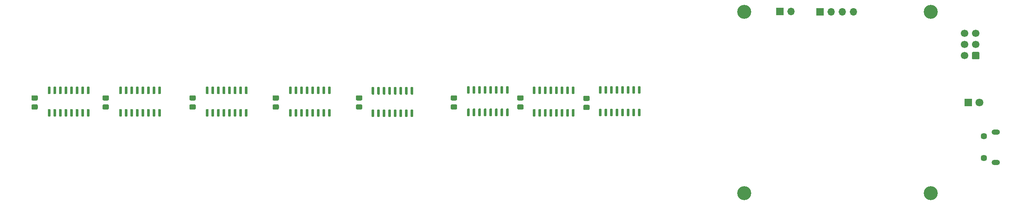
<source format=gbs>
G04 #@! TF.GenerationSoftware,KiCad,Pcbnew,(5.1.10)-1*
G04 #@! TF.CreationDate,2022-05-27T17:54:40+02:00*
G04 #@! TF.ProjectId,POV_display_schematic,504f565f-6469-4737-906c-61795f736368,1*
G04 #@! TF.SameCoordinates,Original*
G04 #@! TF.FileFunction,Soldermask,Bot*
G04 #@! TF.FilePolarity,Negative*
%FSLAX46Y46*%
G04 Gerber Fmt 4.6, Leading zero omitted, Abs format (unit mm)*
G04 Created by KiCad (PCBNEW (5.1.10)-1) date 2022-05-27 17:54:40*
%MOMM*%
%LPD*%
G01*
G04 APERTURE LIST*
%ADD10C,1.800000*%
%ADD11R,1.800000X1.800000*%
%ADD12C,1.700000*%
%ADD13O,1.700000X1.700000*%
%ADD14R,1.700000X1.700000*%
%ADD15O,1.900000X1.200000*%
%ADD16C,1.450000*%
%ADD17C,3.200000*%
G04 APERTURE END LIST*
D10*
X267340000Y-97500000D03*
D11*
X264800000Y-97500000D03*
D12*
X263960000Y-81710000D03*
X263960000Y-84250000D03*
X263960000Y-86790000D03*
X266500000Y-81710000D03*
X266500000Y-84250000D03*
G36*
G01*
X267350000Y-86190000D02*
X267350000Y-87390000D01*
G75*
G02*
X267100000Y-87640000I-250000J0D01*
G01*
X265900000Y-87640000D01*
G75*
G02*
X265650000Y-87390000I0J250000D01*
G01*
X265650000Y-86190000D01*
G75*
G02*
X265900000Y-85940000I250000J0D01*
G01*
X267100000Y-85940000D01*
G75*
G02*
X267350000Y-86190000I0J-250000D01*
G01*
G37*
D13*
X238620000Y-76750000D03*
X236080000Y-76750000D03*
X233540000Y-76750000D03*
D14*
X231000000Y-76750000D03*
D15*
X271050000Y-104250000D03*
X271050000Y-111250000D03*
D16*
X268350000Y-105250000D03*
X268350000Y-110250000D03*
D17*
X213750000Y-76750000D03*
X256250000Y-118250000D03*
X256250000Y-76750000D03*
X213750000Y-118250000D03*
G36*
G01*
X68725000Y-97050000D02*
X67775000Y-97050000D01*
G75*
G02*
X67525000Y-96800000I0J250000D01*
G01*
X67525000Y-96125000D01*
G75*
G02*
X67775000Y-95875000I250000J0D01*
G01*
X68725000Y-95875000D01*
G75*
G02*
X68975000Y-96125000I0J-250000D01*
G01*
X68975000Y-96800000D01*
G75*
G02*
X68725000Y-97050000I-250000J0D01*
G01*
G37*
G36*
G01*
X68725000Y-99125000D02*
X67775000Y-99125000D01*
G75*
G02*
X67525000Y-98875000I0J250000D01*
G01*
X67525000Y-98200000D01*
G75*
G02*
X67775000Y-97950000I250000J0D01*
G01*
X68725000Y-97950000D01*
G75*
G02*
X68975000Y-98200000I0J-250000D01*
G01*
X68975000Y-98875000D01*
G75*
G02*
X68725000Y-99125000I-250000J0D01*
G01*
G37*
G36*
G01*
X52525000Y-97050000D02*
X51575000Y-97050000D01*
G75*
G02*
X51325000Y-96800000I0J250000D01*
G01*
X51325000Y-96125000D01*
G75*
G02*
X51575000Y-95875000I250000J0D01*
G01*
X52525000Y-95875000D01*
G75*
G02*
X52775000Y-96125000I0J-250000D01*
G01*
X52775000Y-96800000D01*
G75*
G02*
X52525000Y-97050000I-250000J0D01*
G01*
G37*
G36*
G01*
X52525000Y-99125000D02*
X51575000Y-99125000D01*
G75*
G02*
X51325000Y-98875000I0J250000D01*
G01*
X51325000Y-98200000D01*
G75*
G02*
X51575000Y-97950000I250000J0D01*
G01*
X52525000Y-97950000D01*
G75*
G02*
X52775000Y-98200000I0J-250000D01*
G01*
X52775000Y-98875000D01*
G75*
G02*
X52525000Y-99125000I-250000J0D01*
G01*
G37*
G36*
G01*
X88525000Y-97050000D02*
X87575000Y-97050000D01*
G75*
G02*
X87325000Y-96800000I0J250000D01*
G01*
X87325000Y-96125000D01*
G75*
G02*
X87575000Y-95875000I250000J0D01*
G01*
X88525000Y-95875000D01*
G75*
G02*
X88775000Y-96125000I0J-250000D01*
G01*
X88775000Y-96800000D01*
G75*
G02*
X88525000Y-97050000I-250000J0D01*
G01*
G37*
G36*
G01*
X88525000Y-99125000D02*
X87575000Y-99125000D01*
G75*
G02*
X87325000Y-98875000I0J250000D01*
G01*
X87325000Y-98200000D01*
G75*
G02*
X87575000Y-97950000I250000J0D01*
G01*
X88525000Y-97950000D01*
G75*
G02*
X88775000Y-98200000I0J-250000D01*
G01*
X88775000Y-98875000D01*
G75*
G02*
X88525000Y-99125000I-250000J0D01*
G01*
G37*
G36*
G01*
X107475000Y-97050000D02*
X106525000Y-97050000D01*
G75*
G02*
X106275000Y-96800000I0J250000D01*
G01*
X106275000Y-96125000D01*
G75*
G02*
X106525000Y-95875000I250000J0D01*
G01*
X107475000Y-95875000D01*
G75*
G02*
X107725000Y-96125000I0J-250000D01*
G01*
X107725000Y-96800000D01*
G75*
G02*
X107475000Y-97050000I-250000J0D01*
G01*
G37*
G36*
G01*
X107475000Y-99125000D02*
X106525000Y-99125000D01*
G75*
G02*
X106275000Y-98875000I0J250000D01*
G01*
X106275000Y-98200000D01*
G75*
G02*
X106525000Y-97950000I250000J0D01*
G01*
X107475000Y-97950000D01*
G75*
G02*
X107725000Y-98200000I0J-250000D01*
G01*
X107725000Y-98875000D01*
G75*
G02*
X107475000Y-99125000I-250000J0D01*
G01*
G37*
G36*
G01*
X126475000Y-97050000D02*
X125525000Y-97050000D01*
G75*
G02*
X125275000Y-96800000I0J250000D01*
G01*
X125275000Y-96125000D01*
G75*
G02*
X125525000Y-95875000I250000J0D01*
G01*
X126475000Y-95875000D01*
G75*
G02*
X126725000Y-96125000I0J-250000D01*
G01*
X126725000Y-96800000D01*
G75*
G02*
X126475000Y-97050000I-250000J0D01*
G01*
G37*
G36*
G01*
X126475000Y-99125000D02*
X125525000Y-99125000D01*
G75*
G02*
X125275000Y-98875000I0J250000D01*
G01*
X125275000Y-98200000D01*
G75*
G02*
X125525000Y-97950000I250000J0D01*
G01*
X126475000Y-97950000D01*
G75*
G02*
X126725000Y-98200000I0J-250000D01*
G01*
X126725000Y-98875000D01*
G75*
G02*
X126475000Y-99125000I-250000J0D01*
G01*
G37*
G36*
G01*
X148075000Y-97050000D02*
X147125000Y-97050000D01*
G75*
G02*
X146875000Y-96800000I0J250000D01*
G01*
X146875000Y-96125000D01*
G75*
G02*
X147125000Y-95875000I250000J0D01*
G01*
X148075000Y-95875000D01*
G75*
G02*
X148325000Y-96125000I0J-250000D01*
G01*
X148325000Y-96800000D01*
G75*
G02*
X148075000Y-97050000I-250000J0D01*
G01*
G37*
G36*
G01*
X148075000Y-99125000D02*
X147125000Y-99125000D01*
G75*
G02*
X146875000Y-98875000I0J250000D01*
G01*
X146875000Y-98200000D01*
G75*
G02*
X147125000Y-97950000I250000J0D01*
G01*
X148075000Y-97950000D01*
G75*
G02*
X148325000Y-98200000I0J-250000D01*
G01*
X148325000Y-98875000D01*
G75*
G02*
X148075000Y-99125000I-250000J0D01*
G01*
G37*
G36*
G01*
X163225000Y-97050000D02*
X162275000Y-97050000D01*
G75*
G02*
X162025000Y-96800000I0J250000D01*
G01*
X162025000Y-96125000D01*
G75*
G02*
X162275000Y-95875000I250000J0D01*
G01*
X163225000Y-95875000D01*
G75*
G02*
X163475000Y-96125000I0J-250000D01*
G01*
X163475000Y-96800000D01*
G75*
G02*
X163225000Y-97050000I-250000J0D01*
G01*
G37*
G36*
G01*
X163225000Y-99125000D02*
X162275000Y-99125000D01*
G75*
G02*
X162025000Y-98875000I0J250000D01*
G01*
X162025000Y-98200000D01*
G75*
G02*
X162275000Y-97950000I250000J0D01*
G01*
X163225000Y-97950000D01*
G75*
G02*
X163475000Y-98200000I0J-250000D01*
G01*
X163475000Y-98875000D01*
G75*
G02*
X163225000Y-99125000I-250000J0D01*
G01*
G37*
G36*
G01*
X178275000Y-97150000D02*
X177325000Y-97150000D01*
G75*
G02*
X177075000Y-96900000I0J250000D01*
G01*
X177075000Y-96225000D01*
G75*
G02*
X177325000Y-95975000I250000J0D01*
G01*
X178275000Y-95975000D01*
G75*
G02*
X178525000Y-96225000I0J-250000D01*
G01*
X178525000Y-96900000D01*
G75*
G02*
X178275000Y-97150000I-250000J0D01*
G01*
G37*
G36*
G01*
X178275000Y-99225000D02*
X177325000Y-99225000D01*
G75*
G02*
X177075000Y-98975000I0J250000D01*
G01*
X177075000Y-98300000D01*
G75*
G02*
X177325000Y-98050000I250000J0D01*
G01*
X178275000Y-98050000D01*
G75*
G02*
X178525000Y-98300000I0J-250000D01*
G01*
X178525000Y-98975000D01*
G75*
G02*
X178275000Y-99225000I-250000J0D01*
G01*
G37*
D13*
X224440000Y-76700000D03*
D14*
X221900000Y-76700000D03*
G36*
G01*
X55205000Y-99000000D02*
X55505000Y-99000000D01*
G75*
G02*
X55655000Y-99150000I0J-150000D01*
G01*
X55655000Y-100600000D01*
G75*
G02*
X55505000Y-100750000I-150000J0D01*
G01*
X55205000Y-100750000D01*
G75*
G02*
X55055000Y-100600000I0J150000D01*
G01*
X55055000Y-99150000D01*
G75*
G02*
X55205000Y-99000000I150000J0D01*
G01*
G37*
G36*
G01*
X56475000Y-99000000D02*
X56775000Y-99000000D01*
G75*
G02*
X56925000Y-99150000I0J-150000D01*
G01*
X56925000Y-100600000D01*
G75*
G02*
X56775000Y-100750000I-150000J0D01*
G01*
X56475000Y-100750000D01*
G75*
G02*
X56325000Y-100600000I0J150000D01*
G01*
X56325000Y-99150000D01*
G75*
G02*
X56475000Y-99000000I150000J0D01*
G01*
G37*
G36*
G01*
X57745000Y-99000000D02*
X58045000Y-99000000D01*
G75*
G02*
X58195000Y-99150000I0J-150000D01*
G01*
X58195000Y-100600000D01*
G75*
G02*
X58045000Y-100750000I-150000J0D01*
G01*
X57745000Y-100750000D01*
G75*
G02*
X57595000Y-100600000I0J150000D01*
G01*
X57595000Y-99150000D01*
G75*
G02*
X57745000Y-99000000I150000J0D01*
G01*
G37*
G36*
G01*
X59015000Y-99000000D02*
X59315000Y-99000000D01*
G75*
G02*
X59465000Y-99150000I0J-150000D01*
G01*
X59465000Y-100600000D01*
G75*
G02*
X59315000Y-100750000I-150000J0D01*
G01*
X59015000Y-100750000D01*
G75*
G02*
X58865000Y-100600000I0J150000D01*
G01*
X58865000Y-99150000D01*
G75*
G02*
X59015000Y-99000000I150000J0D01*
G01*
G37*
G36*
G01*
X60285000Y-99000000D02*
X60585000Y-99000000D01*
G75*
G02*
X60735000Y-99150000I0J-150000D01*
G01*
X60735000Y-100600000D01*
G75*
G02*
X60585000Y-100750000I-150000J0D01*
G01*
X60285000Y-100750000D01*
G75*
G02*
X60135000Y-100600000I0J150000D01*
G01*
X60135000Y-99150000D01*
G75*
G02*
X60285000Y-99000000I150000J0D01*
G01*
G37*
G36*
G01*
X61555000Y-99000000D02*
X61855000Y-99000000D01*
G75*
G02*
X62005000Y-99150000I0J-150000D01*
G01*
X62005000Y-100600000D01*
G75*
G02*
X61855000Y-100750000I-150000J0D01*
G01*
X61555000Y-100750000D01*
G75*
G02*
X61405000Y-100600000I0J150000D01*
G01*
X61405000Y-99150000D01*
G75*
G02*
X61555000Y-99000000I150000J0D01*
G01*
G37*
G36*
G01*
X62825000Y-99000000D02*
X63125000Y-99000000D01*
G75*
G02*
X63275000Y-99150000I0J-150000D01*
G01*
X63275000Y-100600000D01*
G75*
G02*
X63125000Y-100750000I-150000J0D01*
G01*
X62825000Y-100750000D01*
G75*
G02*
X62675000Y-100600000I0J150000D01*
G01*
X62675000Y-99150000D01*
G75*
G02*
X62825000Y-99000000I150000J0D01*
G01*
G37*
G36*
G01*
X64095000Y-99000000D02*
X64395000Y-99000000D01*
G75*
G02*
X64545000Y-99150000I0J-150000D01*
G01*
X64545000Y-100600000D01*
G75*
G02*
X64395000Y-100750000I-150000J0D01*
G01*
X64095000Y-100750000D01*
G75*
G02*
X63945000Y-100600000I0J150000D01*
G01*
X63945000Y-99150000D01*
G75*
G02*
X64095000Y-99000000I150000J0D01*
G01*
G37*
G36*
G01*
X64095000Y-93850000D02*
X64395000Y-93850000D01*
G75*
G02*
X64545000Y-94000000I0J-150000D01*
G01*
X64545000Y-95450000D01*
G75*
G02*
X64395000Y-95600000I-150000J0D01*
G01*
X64095000Y-95600000D01*
G75*
G02*
X63945000Y-95450000I0J150000D01*
G01*
X63945000Y-94000000D01*
G75*
G02*
X64095000Y-93850000I150000J0D01*
G01*
G37*
G36*
G01*
X62825000Y-93850000D02*
X63125000Y-93850000D01*
G75*
G02*
X63275000Y-94000000I0J-150000D01*
G01*
X63275000Y-95450000D01*
G75*
G02*
X63125000Y-95600000I-150000J0D01*
G01*
X62825000Y-95600000D01*
G75*
G02*
X62675000Y-95450000I0J150000D01*
G01*
X62675000Y-94000000D01*
G75*
G02*
X62825000Y-93850000I150000J0D01*
G01*
G37*
G36*
G01*
X61555000Y-93850000D02*
X61855000Y-93850000D01*
G75*
G02*
X62005000Y-94000000I0J-150000D01*
G01*
X62005000Y-95450000D01*
G75*
G02*
X61855000Y-95600000I-150000J0D01*
G01*
X61555000Y-95600000D01*
G75*
G02*
X61405000Y-95450000I0J150000D01*
G01*
X61405000Y-94000000D01*
G75*
G02*
X61555000Y-93850000I150000J0D01*
G01*
G37*
G36*
G01*
X60285000Y-93850000D02*
X60585000Y-93850000D01*
G75*
G02*
X60735000Y-94000000I0J-150000D01*
G01*
X60735000Y-95450000D01*
G75*
G02*
X60585000Y-95600000I-150000J0D01*
G01*
X60285000Y-95600000D01*
G75*
G02*
X60135000Y-95450000I0J150000D01*
G01*
X60135000Y-94000000D01*
G75*
G02*
X60285000Y-93850000I150000J0D01*
G01*
G37*
G36*
G01*
X59015000Y-93850000D02*
X59315000Y-93850000D01*
G75*
G02*
X59465000Y-94000000I0J-150000D01*
G01*
X59465000Y-95450000D01*
G75*
G02*
X59315000Y-95600000I-150000J0D01*
G01*
X59015000Y-95600000D01*
G75*
G02*
X58865000Y-95450000I0J150000D01*
G01*
X58865000Y-94000000D01*
G75*
G02*
X59015000Y-93850000I150000J0D01*
G01*
G37*
G36*
G01*
X57745000Y-93850000D02*
X58045000Y-93850000D01*
G75*
G02*
X58195000Y-94000000I0J-150000D01*
G01*
X58195000Y-95450000D01*
G75*
G02*
X58045000Y-95600000I-150000J0D01*
G01*
X57745000Y-95600000D01*
G75*
G02*
X57595000Y-95450000I0J150000D01*
G01*
X57595000Y-94000000D01*
G75*
G02*
X57745000Y-93850000I150000J0D01*
G01*
G37*
G36*
G01*
X56475000Y-93850000D02*
X56775000Y-93850000D01*
G75*
G02*
X56925000Y-94000000I0J-150000D01*
G01*
X56925000Y-95450000D01*
G75*
G02*
X56775000Y-95600000I-150000J0D01*
G01*
X56475000Y-95600000D01*
G75*
G02*
X56325000Y-95450000I0J150000D01*
G01*
X56325000Y-94000000D01*
G75*
G02*
X56475000Y-93850000I150000J0D01*
G01*
G37*
G36*
G01*
X55205000Y-93850000D02*
X55505000Y-93850000D01*
G75*
G02*
X55655000Y-94000000I0J-150000D01*
G01*
X55655000Y-95450000D01*
G75*
G02*
X55505000Y-95600000I-150000J0D01*
G01*
X55205000Y-95600000D01*
G75*
G02*
X55055000Y-95450000I0J150000D01*
G01*
X55055000Y-94000000D01*
G75*
G02*
X55205000Y-93850000I150000J0D01*
G01*
G37*
G36*
G01*
X71455000Y-99000000D02*
X71755000Y-99000000D01*
G75*
G02*
X71905000Y-99150000I0J-150000D01*
G01*
X71905000Y-100600000D01*
G75*
G02*
X71755000Y-100750000I-150000J0D01*
G01*
X71455000Y-100750000D01*
G75*
G02*
X71305000Y-100600000I0J150000D01*
G01*
X71305000Y-99150000D01*
G75*
G02*
X71455000Y-99000000I150000J0D01*
G01*
G37*
G36*
G01*
X72725000Y-99000000D02*
X73025000Y-99000000D01*
G75*
G02*
X73175000Y-99150000I0J-150000D01*
G01*
X73175000Y-100600000D01*
G75*
G02*
X73025000Y-100750000I-150000J0D01*
G01*
X72725000Y-100750000D01*
G75*
G02*
X72575000Y-100600000I0J150000D01*
G01*
X72575000Y-99150000D01*
G75*
G02*
X72725000Y-99000000I150000J0D01*
G01*
G37*
G36*
G01*
X73995000Y-99000000D02*
X74295000Y-99000000D01*
G75*
G02*
X74445000Y-99150000I0J-150000D01*
G01*
X74445000Y-100600000D01*
G75*
G02*
X74295000Y-100750000I-150000J0D01*
G01*
X73995000Y-100750000D01*
G75*
G02*
X73845000Y-100600000I0J150000D01*
G01*
X73845000Y-99150000D01*
G75*
G02*
X73995000Y-99000000I150000J0D01*
G01*
G37*
G36*
G01*
X75265000Y-99000000D02*
X75565000Y-99000000D01*
G75*
G02*
X75715000Y-99150000I0J-150000D01*
G01*
X75715000Y-100600000D01*
G75*
G02*
X75565000Y-100750000I-150000J0D01*
G01*
X75265000Y-100750000D01*
G75*
G02*
X75115000Y-100600000I0J150000D01*
G01*
X75115000Y-99150000D01*
G75*
G02*
X75265000Y-99000000I150000J0D01*
G01*
G37*
G36*
G01*
X76535000Y-99000000D02*
X76835000Y-99000000D01*
G75*
G02*
X76985000Y-99150000I0J-150000D01*
G01*
X76985000Y-100600000D01*
G75*
G02*
X76835000Y-100750000I-150000J0D01*
G01*
X76535000Y-100750000D01*
G75*
G02*
X76385000Y-100600000I0J150000D01*
G01*
X76385000Y-99150000D01*
G75*
G02*
X76535000Y-99000000I150000J0D01*
G01*
G37*
G36*
G01*
X77805000Y-99000000D02*
X78105000Y-99000000D01*
G75*
G02*
X78255000Y-99150000I0J-150000D01*
G01*
X78255000Y-100600000D01*
G75*
G02*
X78105000Y-100750000I-150000J0D01*
G01*
X77805000Y-100750000D01*
G75*
G02*
X77655000Y-100600000I0J150000D01*
G01*
X77655000Y-99150000D01*
G75*
G02*
X77805000Y-99000000I150000J0D01*
G01*
G37*
G36*
G01*
X79075000Y-99000000D02*
X79375000Y-99000000D01*
G75*
G02*
X79525000Y-99150000I0J-150000D01*
G01*
X79525000Y-100600000D01*
G75*
G02*
X79375000Y-100750000I-150000J0D01*
G01*
X79075000Y-100750000D01*
G75*
G02*
X78925000Y-100600000I0J150000D01*
G01*
X78925000Y-99150000D01*
G75*
G02*
X79075000Y-99000000I150000J0D01*
G01*
G37*
G36*
G01*
X80345000Y-99000000D02*
X80645000Y-99000000D01*
G75*
G02*
X80795000Y-99150000I0J-150000D01*
G01*
X80795000Y-100600000D01*
G75*
G02*
X80645000Y-100750000I-150000J0D01*
G01*
X80345000Y-100750000D01*
G75*
G02*
X80195000Y-100600000I0J150000D01*
G01*
X80195000Y-99150000D01*
G75*
G02*
X80345000Y-99000000I150000J0D01*
G01*
G37*
G36*
G01*
X80345000Y-93850000D02*
X80645000Y-93850000D01*
G75*
G02*
X80795000Y-94000000I0J-150000D01*
G01*
X80795000Y-95450000D01*
G75*
G02*
X80645000Y-95600000I-150000J0D01*
G01*
X80345000Y-95600000D01*
G75*
G02*
X80195000Y-95450000I0J150000D01*
G01*
X80195000Y-94000000D01*
G75*
G02*
X80345000Y-93850000I150000J0D01*
G01*
G37*
G36*
G01*
X79075000Y-93850000D02*
X79375000Y-93850000D01*
G75*
G02*
X79525000Y-94000000I0J-150000D01*
G01*
X79525000Y-95450000D01*
G75*
G02*
X79375000Y-95600000I-150000J0D01*
G01*
X79075000Y-95600000D01*
G75*
G02*
X78925000Y-95450000I0J150000D01*
G01*
X78925000Y-94000000D01*
G75*
G02*
X79075000Y-93850000I150000J0D01*
G01*
G37*
G36*
G01*
X77805000Y-93850000D02*
X78105000Y-93850000D01*
G75*
G02*
X78255000Y-94000000I0J-150000D01*
G01*
X78255000Y-95450000D01*
G75*
G02*
X78105000Y-95600000I-150000J0D01*
G01*
X77805000Y-95600000D01*
G75*
G02*
X77655000Y-95450000I0J150000D01*
G01*
X77655000Y-94000000D01*
G75*
G02*
X77805000Y-93850000I150000J0D01*
G01*
G37*
G36*
G01*
X76535000Y-93850000D02*
X76835000Y-93850000D01*
G75*
G02*
X76985000Y-94000000I0J-150000D01*
G01*
X76985000Y-95450000D01*
G75*
G02*
X76835000Y-95600000I-150000J0D01*
G01*
X76535000Y-95600000D01*
G75*
G02*
X76385000Y-95450000I0J150000D01*
G01*
X76385000Y-94000000D01*
G75*
G02*
X76535000Y-93850000I150000J0D01*
G01*
G37*
G36*
G01*
X75265000Y-93850000D02*
X75565000Y-93850000D01*
G75*
G02*
X75715000Y-94000000I0J-150000D01*
G01*
X75715000Y-95450000D01*
G75*
G02*
X75565000Y-95600000I-150000J0D01*
G01*
X75265000Y-95600000D01*
G75*
G02*
X75115000Y-95450000I0J150000D01*
G01*
X75115000Y-94000000D01*
G75*
G02*
X75265000Y-93850000I150000J0D01*
G01*
G37*
G36*
G01*
X73995000Y-93850000D02*
X74295000Y-93850000D01*
G75*
G02*
X74445000Y-94000000I0J-150000D01*
G01*
X74445000Y-95450000D01*
G75*
G02*
X74295000Y-95600000I-150000J0D01*
G01*
X73995000Y-95600000D01*
G75*
G02*
X73845000Y-95450000I0J150000D01*
G01*
X73845000Y-94000000D01*
G75*
G02*
X73995000Y-93850000I150000J0D01*
G01*
G37*
G36*
G01*
X72725000Y-93850000D02*
X73025000Y-93850000D01*
G75*
G02*
X73175000Y-94000000I0J-150000D01*
G01*
X73175000Y-95450000D01*
G75*
G02*
X73025000Y-95600000I-150000J0D01*
G01*
X72725000Y-95600000D01*
G75*
G02*
X72575000Y-95450000I0J150000D01*
G01*
X72575000Y-94000000D01*
G75*
G02*
X72725000Y-93850000I150000J0D01*
G01*
G37*
G36*
G01*
X71455000Y-93850000D02*
X71755000Y-93850000D01*
G75*
G02*
X71905000Y-94000000I0J-150000D01*
G01*
X71905000Y-95450000D01*
G75*
G02*
X71755000Y-95600000I-150000J0D01*
G01*
X71455000Y-95600000D01*
G75*
G02*
X71305000Y-95450000I0J150000D01*
G01*
X71305000Y-94000000D01*
G75*
G02*
X71455000Y-93850000I150000J0D01*
G01*
G37*
G36*
G01*
X91255000Y-99000000D02*
X91555000Y-99000000D01*
G75*
G02*
X91705000Y-99150000I0J-150000D01*
G01*
X91705000Y-100600000D01*
G75*
G02*
X91555000Y-100750000I-150000J0D01*
G01*
X91255000Y-100750000D01*
G75*
G02*
X91105000Y-100600000I0J150000D01*
G01*
X91105000Y-99150000D01*
G75*
G02*
X91255000Y-99000000I150000J0D01*
G01*
G37*
G36*
G01*
X92525000Y-99000000D02*
X92825000Y-99000000D01*
G75*
G02*
X92975000Y-99150000I0J-150000D01*
G01*
X92975000Y-100600000D01*
G75*
G02*
X92825000Y-100750000I-150000J0D01*
G01*
X92525000Y-100750000D01*
G75*
G02*
X92375000Y-100600000I0J150000D01*
G01*
X92375000Y-99150000D01*
G75*
G02*
X92525000Y-99000000I150000J0D01*
G01*
G37*
G36*
G01*
X93795000Y-99000000D02*
X94095000Y-99000000D01*
G75*
G02*
X94245000Y-99150000I0J-150000D01*
G01*
X94245000Y-100600000D01*
G75*
G02*
X94095000Y-100750000I-150000J0D01*
G01*
X93795000Y-100750000D01*
G75*
G02*
X93645000Y-100600000I0J150000D01*
G01*
X93645000Y-99150000D01*
G75*
G02*
X93795000Y-99000000I150000J0D01*
G01*
G37*
G36*
G01*
X95065000Y-99000000D02*
X95365000Y-99000000D01*
G75*
G02*
X95515000Y-99150000I0J-150000D01*
G01*
X95515000Y-100600000D01*
G75*
G02*
X95365000Y-100750000I-150000J0D01*
G01*
X95065000Y-100750000D01*
G75*
G02*
X94915000Y-100600000I0J150000D01*
G01*
X94915000Y-99150000D01*
G75*
G02*
X95065000Y-99000000I150000J0D01*
G01*
G37*
G36*
G01*
X96335000Y-99000000D02*
X96635000Y-99000000D01*
G75*
G02*
X96785000Y-99150000I0J-150000D01*
G01*
X96785000Y-100600000D01*
G75*
G02*
X96635000Y-100750000I-150000J0D01*
G01*
X96335000Y-100750000D01*
G75*
G02*
X96185000Y-100600000I0J150000D01*
G01*
X96185000Y-99150000D01*
G75*
G02*
X96335000Y-99000000I150000J0D01*
G01*
G37*
G36*
G01*
X97605000Y-99000000D02*
X97905000Y-99000000D01*
G75*
G02*
X98055000Y-99150000I0J-150000D01*
G01*
X98055000Y-100600000D01*
G75*
G02*
X97905000Y-100750000I-150000J0D01*
G01*
X97605000Y-100750000D01*
G75*
G02*
X97455000Y-100600000I0J150000D01*
G01*
X97455000Y-99150000D01*
G75*
G02*
X97605000Y-99000000I150000J0D01*
G01*
G37*
G36*
G01*
X98875000Y-99000000D02*
X99175000Y-99000000D01*
G75*
G02*
X99325000Y-99150000I0J-150000D01*
G01*
X99325000Y-100600000D01*
G75*
G02*
X99175000Y-100750000I-150000J0D01*
G01*
X98875000Y-100750000D01*
G75*
G02*
X98725000Y-100600000I0J150000D01*
G01*
X98725000Y-99150000D01*
G75*
G02*
X98875000Y-99000000I150000J0D01*
G01*
G37*
G36*
G01*
X100145000Y-99000000D02*
X100445000Y-99000000D01*
G75*
G02*
X100595000Y-99150000I0J-150000D01*
G01*
X100595000Y-100600000D01*
G75*
G02*
X100445000Y-100750000I-150000J0D01*
G01*
X100145000Y-100750000D01*
G75*
G02*
X99995000Y-100600000I0J150000D01*
G01*
X99995000Y-99150000D01*
G75*
G02*
X100145000Y-99000000I150000J0D01*
G01*
G37*
G36*
G01*
X100145000Y-93850000D02*
X100445000Y-93850000D01*
G75*
G02*
X100595000Y-94000000I0J-150000D01*
G01*
X100595000Y-95450000D01*
G75*
G02*
X100445000Y-95600000I-150000J0D01*
G01*
X100145000Y-95600000D01*
G75*
G02*
X99995000Y-95450000I0J150000D01*
G01*
X99995000Y-94000000D01*
G75*
G02*
X100145000Y-93850000I150000J0D01*
G01*
G37*
G36*
G01*
X98875000Y-93850000D02*
X99175000Y-93850000D01*
G75*
G02*
X99325000Y-94000000I0J-150000D01*
G01*
X99325000Y-95450000D01*
G75*
G02*
X99175000Y-95600000I-150000J0D01*
G01*
X98875000Y-95600000D01*
G75*
G02*
X98725000Y-95450000I0J150000D01*
G01*
X98725000Y-94000000D01*
G75*
G02*
X98875000Y-93850000I150000J0D01*
G01*
G37*
G36*
G01*
X97605000Y-93850000D02*
X97905000Y-93850000D01*
G75*
G02*
X98055000Y-94000000I0J-150000D01*
G01*
X98055000Y-95450000D01*
G75*
G02*
X97905000Y-95600000I-150000J0D01*
G01*
X97605000Y-95600000D01*
G75*
G02*
X97455000Y-95450000I0J150000D01*
G01*
X97455000Y-94000000D01*
G75*
G02*
X97605000Y-93850000I150000J0D01*
G01*
G37*
G36*
G01*
X96335000Y-93850000D02*
X96635000Y-93850000D01*
G75*
G02*
X96785000Y-94000000I0J-150000D01*
G01*
X96785000Y-95450000D01*
G75*
G02*
X96635000Y-95600000I-150000J0D01*
G01*
X96335000Y-95600000D01*
G75*
G02*
X96185000Y-95450000I0J150000D01*
G01*
X96185000Y-94000000D01*
G75*
G02*
X96335000Y-93850000I150000J0D01*
G01*
G37*
G36*
G01*
X95065000Y-93850000D02*
X95365000Y-93850000D01*
G75*
G02*
X95515000Y-94000000I0J-150000D01*
G01*
X95515000Y-95450000D01*
G75*
G02*
X95365000Y-95600000I-150000J0D01*
G01*
X95065000Y-95600000D01*
G75*
G02*
X94915000Y-95450000I0J150000D01*
G01*
X94915000Y-94000000D01*
G75*
G02*
X95065000Y-93850000I150000J0D01*
G01*
G37*
G36*
G01*
X93795000Y-93850000D02*
X94095000Y-93850000D01*
G75*
G02*
X94245000Y-94000000I0J-150000D01*
G01*
X94245000Y-95450000D01*
G75*
G02*
X94095000Y-95600000I-150000J0D01*
G01*
X93795000Y-95600000D01*
G75*
G02*
X93645000Y-95450000I0J150000D01*
G01*
X93645000Y-94000000D01*
G75*
G02*
X93795000Y-93850000I150000J0D01*
G01*
G37*
G36*
G01*
X92525000Y-93850000D02*
X92825000Y-93850000D01*
G75*
G02*
X92975000Y-94000000I0J-150000D01*
G01*
X92975000Y-95450000D01*
G75*
G02*
X92825000Y-95600000I-150000J0D01*
G01*
X92525000Y-95600000D01*
G75*
G02*
X92375000Y-95450000I0J150000D01*
G01*
X92375000Y-94000000D01*
G75*
G02*
X92525000Y-93850000I150000J0D01*
G01*
G37*
G36*
G01*
X91255000Y-93850000D02*
X91555000Y-93850000D01*
G75*
G02*
X91705000Y-94000000I0J-150000D01*
G01*
X91705000Y-95450000D01*
G75*
G02*
X91555000Y-95600000I-150000J0D01*
G01*
X91255000Y-95600000D01*
G75*
G02*
X91105000Y-95450000I0J150000D01*
G01*
X91105000Y-94000000D01*
G75*
G02*
X91255000Y-93850000I150000J0D01*
G01*
G37*
G36*
G01*
X110205000Y-99000000D02*
X110505000Y-99000000D01*
G75*
G02*
X110655000Y-99150000I0J-150000D01*
G01*
X110655000Y-100600000D01*
G75*
G02*
X110505000Y-100750000I-150000J0D01*
G01*
X110205000Y-100750000D01*
G75*
G02*
X110055000Y-100600000I0J150000D01*
G01*
X110055000Y-99150000D01*
G75*
G02*
X110205000Y-99000000I150000J0D01*
G01*
G37*
G36*
G01*
X111475000Y-99000000D02*
X111775000Y-99000000D01*
G75*
G02*
X111925000Y-99150000I0J-150000D01*
G01*
X111925000Y-100600000D01*
G75*
G02*
X111775000Y-100750000I-150000J0D01*
G01*
X111475000Y-100750000D01*
G75*
G02*
X111325000Y-100600000I0J150000D01*
G01*
X111325000Y-99150000D01*
G75*
G02*
X111475000Y-99000000I150000J0D01*
G01*
G37*
G36*
G01*
X112745000Y-99000000D02*
X113045000Y-99000000D01*
G75*
G02*
X113195000Y-99150000I0J-150000D01*
G01*
X113195000Y-100600000D01*
G75*
G02*
X113045000Y-100750000I-150000J0D01*
G01*
X112745000Y-100750000D01*
G75*
G02*
X112595000Y-100600000I0J150000D01*
G01*
X112595000Y-99150000D01*
G75*
G02*
X112745000Y-99000000I150000J0D01*
G01*
G37*
G36*
G01*
X114015000Y-99000000D02*
X114315000Y-99000000D01*
G75*
G02*
X114465000Y-99150000I0J-150000D01*
G01*
X114465000Y-100600000D01*
G75*
G02*
X114315000Y-100750000I-150000J0D01*
G01*
X114015000Y-100750000D01*
G75*
G02*
X113865000Y-100600000I0J150000D01*
G01*
X113865000Y-99150000D01*
G75*
G02*
X114015000Y-99000000I150000J0D01*
G01*
G37*
G36*
G01*
X115285000Y-99000000D02*
X115585000Y-99000000D01*
G75*
G02*
X115735000Y-99150000I0J-150000D01*
G01*
X115735000Y-100600000D01*
G75*
G02*
X115585000Y-100750000I-150000J0D01*
G01*
X115285000Y-100750000D01*
G75*
G02*
X115135000Y-100600000I0J150000D01*
G01*
X115135000Y-99150000D01*
G75*
G02*
X115285000Y-99000000I150000J0D01*
G01*
G37*
G36*
G01*
X116555000Y-99000000D02*
X116855000Y-99000000D01*
G75*
G02*
X117005000Y-99150000I0J-150000D01*
G01*
X117005000Y-100600000D01*
G75*
G02*
X116855000Y-100750000I-150000J0D01*
G01*
X116555000Y-100750000D01*
G75*
G02*
X116405000Y-100600000I0J150000D01*
G01*
X116405000Y-99150000D01*
G75*
G02*
X116555000Y-99000000I150000J0D01*
G01*
G37*
G36*
G01*
X117825000Y-99000000D02*
X118125000Y-99000000D01*
G75*
G02*
X118275000Y-99150000I0J-150000D01*
G01*
X118275000Y-100600000D01*
G75*
G02*
X118125000Y-100750000I-150000J0D01*
G01*
X117825000Y-100750000D01*
G75*
G02*
X117675000Y-100600000I0J150000D01*
G01*
X117675000Y-99150000D01*
G75*
G02*
X117825000Y-99000000I150000J0D01*
G01*
G37*
G36*
G01*
X119095000Y-99000000D02*
X119395000Y-99000000D01*
G75*
G02*
X119545000Y-99150000I0J-150000D01*
G01*
X119545000Y-100600000D01*
G75*
G02*
X119395000Y-100750000I-150000J0D01*
G01*
X119095000Y-100750000D01*
G75*
G02*
X118945000Y-100600000I0J150000D01*
G01*
X118945000Y-99150000D01*
G75*
G02*
X119095000Y-99000000I150000J0D01*
G01*
G37*
G36*
G01*
X119095000Y-93850000D02*
X119395000Y-93850000D01*
G75*
G02*
X119545000Y-94000000I0J-150000D01*
G01*
X119545000Y-95450000D01*
G75*
G02*
X119395000Y-95600000I-150000J0D01*
G01*
X119095000Y-95600000D01*
G75*
G02*
X118945000Y-95450000I0J150000D01*
G01*
X118945000Y-94000000D01*
G75*
G02*
X119095000Y-93850000I150000J0D01*
G01*
G37*
G36*
G01*
X117825000Y-93850000D02*
X118125000Y-93850000D01*
G75*
G02*
X118275000Y-94000000I0J-150000D01*
G01*
X118275000Y-95450000D01*
G75*
G02*
X118125000Y-95600000I-150000J0D01*
G01*
X117825000Y-95600000D01*
G75*
G02*
X117675000Y-95450000I0J150000D01*
G01*
X117675000Y-94000000D01*
G75*
G02*
X117825000Y-93850000I150000J0D01*
G01*
G37*
G36*
G01*
X116555000Y-93850000D02*
X116855000Y-93850000D01*
G75*
G02*
X117005000Y-94000000I0J-150000D01*
G01*
X117005000Y-95450000D01*
G75*
G02*
X116855000Y-95600000I-150000J0D01*
G01*
X116555000Y-95600000D01*
G75*
G02*
X116405000Y-95450000I0J150000D01*
G01*
X116405000Y-94000000D01*
G75*
G02*
X116555000Y-93850000I150000J0D01*
G01*
G37*
G36*
G01*
X115285000Y-93850000D02*
X115585000Y-93850000D01*
G75*
G02*
X115735000Y-94000000I0J-150000D01*
G01*
X115735000Y-95450000D01*
G75*
G02*
X115585000Y-95600000I-150000J0D01*
G01*
X115285000Y-95600000D01*
G75*
G02*
X115135000Y-95450000I0J150000D01*
G01*
X115135000Y-94000000D01*
G75*
G02*
X115285000Y-93850000I150000J0D01*
G01*
G37*
G36*
G01*
X114015000Y-93850000D02*
X114315000Y-93850000D01*
G75*
G02*
X114465000Y-94000000I0J-150000D01*
G01*
X114465000Y-95450000D01*
G75*
G02*
X114315000Y-95600000I-150000J0D01*
G01*
X114015000Y-95600000D01*
G75*
G02*
X113865000Y-95450000I0J150000D01*
G01*
X113865000Y-94000000D01*
G75*
G02*
X114015000Y-93850000I150000J0D01*
G01*
G37*
G36*
G01*
X112745000Y-93850000D02*
X113045000Y-93850000D01*
G75*
G02*
X113195000Y-94000000I0J-150000D01*
G01*
X113195000Y-95450000D01*
G75*
G02*
X113045000Y-95600000I-150000J0D01*
G01*
X112745000Y-95600000D01*
G75*
G02*
X112595000Y-95450000I0J150000D01*
G01*
X112595000Y-94000000D01*
G75*
G02*
X112745000Y-93850000I150000J0D01*
G01*
G37*
G36*
G01*
X111475000Y-93850000D02*
X111775000Y-93850000D01*
G75*
G02*
X111925000Y-94000000I0J-150000D01*
G01*
X111925000Y-95450000D01*
G75*
G02*
X111775000Y-95600000I-150000J0D01*
G01*
X111475000Y-95600000D01*
G75*
G02*
X111325000Y-95450000I0J150000D01*
G01*
X111325000Y-94000000D01*
G75*
G02*
X111475000Y-93850000I150000J0D01*
G01*
G37*
G36*
G01*
X110205000Y-93850000D02*
X110505000Y-93850000D01*
G75*
G02*
X110655000Y-94000000I0J-150000D01*
G01*
X110655000Y-95450000D01*
G75*
G02*
X110505000Y-95600000I-150000J0D01*
G01*
X110205000Y-95600000D01*
G75*
G02*
X110055000Y-95450000I0J150000D01*
G01*
X110055000Y-94000000D01*
G75*
G02*
X110205000Y-93850000I150000J0D01*
G01*
G37*
G36*
G01*
X129005000Y-99100000D02*
X129305000Y-99100000D01*
G75*
G02*
X129455000Y-99250000I0J-150000D01*
G01*
X129455000Y-100700000D01*
G75*
G02*
X129305000Y-100850000I-150000J0D01*
G01*
X129005000Y-100850000D01*
G75*
G02*
X128855000Y-100700000I0J150000D01*
G01*
X128855000Y-99250000D01*
G75*
G02*
X129005000Y-99100000I150000J0D01*
G01*
G37*
G36*
G01*
X130275000Y-99100000D02*
X130575000Y-99100000D01*
G75*
G02*
X130725000Y-99250000I0J-150000D01*
G01*
X130725000Y-100700000D01*
G75*
G02*
X130575000Y-100850000I-150000J0D01*
G01*
X130275000Y-100850000D01*
G75*
G02*
X130125000Y-100700000I0J150000D01*
G01*
X130125000Y-99250000D01*
G75*
G02*
X130275000Y-99100000I150000J0D01*
G01*
G37*
G36*
G01*
X131545000Y-99100000D02*
X131845000Y-99100000D01*
G75*
G02*
X131995000Y-99250000I0J-150000D01*
G01*
X131995000Y-100700000D01*
G75*
G02*
X131845000Y-100850000I-150000J0D01*
G01*
X131545000Y-100850000D01*
G75*
G02*
X131395000Y-100700000I0J150000D01*
G01*
X131395000Y-99250000D01*
G75*
G02*
X131545000Y-99100000I150000J0D01*
G01*
G37*
G36*
G01*
X132815000Y-99100000D02*
X133115000Y-99100000D01*
G75*
G02*
X133265000Y-99250000I0J-150000D01*
G01*
X133265000Y-100700000D01*
G75*
G02*
X133115000Y-100850000I-150000J0D01*
G01*
X132815000Y-100850000D01*
G75*
G02*
X132665000Y-100700000I0J150000D01*
G01*
X132665000Y-99250000D01*
G75*
G02*
X132815000Y-99100000I150000J0D01*
G01*
G37*
G36*
G01*
X134085000Y-99100000D02*
X134385000Y-99100000D01*
G75*
G02*
X134535000Y-99250000I0J-150000D01*
G01*
X134535000Y-100700000D01*
G75*
G02*
X134385000Y-100850000I-150000J0D01*
G01*
X134085000Y-100850000D01*
G75*
G02*
X133935000Y-100700000I0J150000D01*
G01*
X133935000Y-99250000D01*
G75*
G02*
X134085000Y-99100000I150000J0D01*
G01*
G37*
G36*
G01*
X135355000Y-99100000D02*
X135655000Y-99100000D01*
G75*
G02*
X135805000Y-99250000I0J-150000D01*
G01*
X135805000Y-100700000D01*
G75*
G02*
X135655000Y-100850000I-150000J0D01*
G01*
X135355000Y-100850000D01*
G75*
G02*
X135205000Y-100700000I0J150000D01*
G01*
X135205000Y-99250000D01*
G75*
G02*
X135355000Y-99100000I150000J0D01*
G01*
G37*
G36*
G01*
X136625000Y-99100000D02*
X136925000Y-99100000D01*
G75*
G02*
X137075000Y-99250000I0J-150000D01*
G01*
X137075000Y-100700000D01*
G75*
G02*
X136925000Y-100850000I-150000J0D01*
G01*
X136625000Y-100850000D01*
G75*
G02*
X136475000Y-100700000I0J150000D01*
G01*
X136475000Y-99250000D01*
G75*
G02*
X136625000Y-99100000I150000J0D01*
G01*
G37*
G36*
G01*
X137895000Y-99100000D02*
X138195000Y-99100000D01*
G75*
G02*
X138345000Y-99250000I0J-150000D01*
G01*
X138345000Y-100700000D01*
G75*
G02*
X138195000Y-100850000I-150000J0D01*
G01*
X137895000Y-100850000D01*
G75*
G02*
X137745000Y-100700000I0J150000D01*
G01*
X137745000Y-99250000D01*
G75*
G02*
X137895000Y-99100000I150000J0D01*
G01*
G37*
G36*
G01*
X137895000Y-93950000D02*
X138195000Y-93950000D01*
G75*
G02*
X138345000Y-94100000I0J-150000D01*
G01*
X138345000Y-95550000D01*
G75*
G02*
X138195000Y-95700000I-150000J0D01*
G01*
X137895000Y-95700000D01*
G75*
G02*
X137745000Y-95550000I0J150000D01*
G01*
X137745000Y-94100000D01*
G75*
G02*
X137895000Y-93950000I150000J0D01*
G01*
G37*
G36*
G01*
X136625000Y-93950000D02*
X136925000Y-93950000D01*
G75*
G02*
X137075000Y-94100000I0J-150000D01*
G01*
X137075000Y-95550000D01*
G75*
G02*
X136925000Y-95700000I-150000J0D01*
G01*
X136625000Y-95700000D01*
G75*
G02*
X136475000Y-95550000I0J150000D01*
G01*
X136475000Y-94100000D01*
G75*
G02*
X136625000Y-93950000I150000J0D01*
G01*
G37*
G36*
G01*
X135355000Y-93950000D02*
X135655000Y-93950000D01*
G75*
G02*
X135805000Y-94100000I0J-150000D01*
G01*
X135805000Y-95550000D01*
G75*
G02*
X135655000Y-95700000I-150000J0D01*
G01*
X135355000Y-95700000D01*
G75*
G02*
X135205000Y-95550000I0J150000D01*
G01*
X135205000Y-94100000D01*
G75*
G02*
X135355000Y-93950000I150000J0D01*
G01*
G37*
G36*
G01*
X134085000Y-93950000D02*
X134385000Y-93950000D01*
G75*
G02*
X134535000Y-94100000I0J-150000D01*
G01*
X134535000Y-95550000D01*
G75*
G02*
X134385000Y-95700000I-150000J0D01*
G01*
X134085000Y-95700000D01*
G75*
G02*
X133935000Y-95550000I0J150000D01*
G01*
X133935000Y-94100000D01*
G75*
G02*
X134085000Y-93950000I150000J0D01*
G01*
G37*
G36*
G01*
X132815000Y-93950000D02*
X133115000Y-93950000D01*
G75*
G02*
X133265000Y-94100000I0J-150000D01*
G01*
X133265000Y-95550000D01*
G75*
G02*
X133115000Y-95700000I-150000J0D01*
G01*
X132815000Y-95700000D01*
G75*
G02*
X132665000Y-95550000I0J150000D01*
G01*
X132665000Y-94100000D01*
G75*
G02*
X132815000Y-93950000I150000J0D01*
G01*
G37*
G36*
G01*
X131545000Y-93950000D02*
X131845000Y-93950000D01*
G75*
G02*
X131995000Y-94100000I0J-150000D01*
G01*
X131995000Y-95550000D01*
G75*
G02*
X131845000Y-95700000I-150000J0D01*
G01*
X131545000Y-95700000D01*
G75*
G02*
X131395000Y-95550000I0J150000D01*
G01*
X131395000Y-94100000D01*
G75*
G02*
X131545000Y-93950000I150000J0D01*
G01*
G37*
G36*
G01*
X130275000Y-93950000D02*
X130575000Y-93950000D01*
G75*
G02*
X130725000Y-94100000I0J-150000D01*
G01*
X130725000Y-95550000D01*
G75*
G02*
X130575000Y-95700000I-150000J0D01*
G01*
X130275000Y-95700000D01*
G75*
G02*
X130125000Y-95550000I0J150000D01*
G01*
X130125000Y-94100000D01*
G75*
G02*
X130275000Y-93950000I150000J0D01*
G01*
G37*
G36*
G01*
X129005000Y-93950000D02*
X129305000Y-93950000D01*
G75*
G02*
X129455000Y-94100000I0J-150000D01*
G01*
X129455000Y-95550000D01*
G75*
G02*
X129305000Y-95700000I-150000J0D01*
G01*
X129005000Y-95700000D01*
G75*
G02*
X128855000Y-95550000I0J150000D01*
G01*
X128855000Y-94100000D01*
G75*
G02*
X129005000Y-93950000I150000J0D01*
G01*
G37*
G36*
G01*
X150755000Y-98900000D02*
X151055000Y-98900000D01*
G75*
G02*
X151205000Y-99050000I0J-150000D01*
G01*
X151205000Y-100500000D01*
G75*
G02*
X151055000Y-100650000I-150000J0D01*
G01*
X150755000Y-100650000D01*
G75*
G02*
X150605000Y-100500000I0J150000D01*
G01*
X150605000Y-99050000D01*
G75*
G02*
X150755000Y-98900000I150000J0D01*
G01*
G37*
G36*
G01*
X152025000Y-98900000D02*
X152325000Y-98900000D01*
G75*
G02*
X152475000Y-99050000I0J-150000D01*
G01*
X152475000Y-100500000D01*
G75*
G02*
X152325000Y-100650000I-150000J0D01*
G01*
X152025000Y-100650000D01*
G75*
G02*
X151875000Y-100500000I0J150000D01*
G01*
X151875000Y-99050000D01*
G75*
G02*
X152025000Y-98900000I150000J0D01*
G01*
G37*
G36*
G01*
X153295000Y-98900000D02*
X153595000Y-98900000D01*
G75*
G02*
X153745000Y-99050000I0J-150000D01*
G01*
X153745000Y-100500000D01*
G75*
G02*
X153595000Y-100650000I-150000J0D01*
G01*
X153295000Y-100650000D01*
G75*
G02*
X153145000Y-100500000I0J150000D01*
G01*
X153145000Y-99050000D01*
G75*
G02*
X153295000Y-98900000I150000J0D01*
G01*
G37*
G36*
G01*
X154565000Y-98900000D02*
X154865000Y-98900000D01*
G75*
G02*
X155015000Y-99050000I0J-150000D01*
G01*
X155015000Y-100500000D01*
G75*
G02*
X154865000Y-100650000I-150000J0D01*
G01*
X154565000Y-100650000D01*
G75*
G02*
X154415000Y-100500000I0J150000D01*
G01*
X154415000Y-99050000D01*
G75*
G02*
X154565000Y-98900000I150000J0D01*
G01*
G37*
G36*
G01*
X155835000Y-98900000D02*
X156135000Y-98900000D01*
G75*
G02*
X156285000Y-99050000I0J-150000D01*
G01*
X156285000Y-100500000D01*
G75*
G02*
X156135000Y-100650000I-150000J0D01*
G01*
X155835000Y-100650000D01*
G75*
G02*
X155685000Y-100500000I0J150000D01*
G01*
X155685000Y-99050000D01*
G75*
G02*
X155835000Y-98900000I150000J0D01*
G01*
G37*
G36*
G01*
X157105000Y-98900000D02*
X157405000Y-98900000D01*
G75*
G02*
X157555000Y-99050000I0J-150000D01*
G01*
X157555000Y-100500000D01*
G75*
G02*
X157405000Y-100650000I-150000J0D01*
G01*
X157105000Y-100650000D01*
G75*
G02*
X156955000Y-100500000I0J150000D01*
G01*
X156955000Y-99050000D01*
G75*
G02*
X157105000Y-98900000I150000J0D01*
G01*
G37*
G36*
G01*
X158375000Y-98900000D02*
X158675000Y-98900000D01*
G75*
G02*
X158825000Y-99050000I0J-150000D01*
G01*
X158825000Y-100500000D01*
G75*
G02*
X158675000Y-100650000I-150000J0D01*
G01*
X158375000Y-100650000D01*
G75*
G02*
X158225000Y-100500000I0J150000D01*
G01*
X158225000Y-99050000D01*
G75*
G02*
X158375000Y-98900000I150000J0D01*
G01*
G37*
G36*
G01*
X159645000Y-98900000D02*
X159945000Y-98900000D01*
G75*
G02*
X160095000Y-99050000I0J-150000D01*
G01*
X160095000Y-100500000D01*
G75*
G02*
X159945000Y-100650000I-150000J0D01*
G01*
X159645000Y-100650000D01*
G75*
G02*
X159495000Y-100500000I0J150000D01*
G01*
X159495000Y-99050000D01*
G75*
G02*
X159645000Y-98900000I150000J0D01*
G01*
G37*
G36*
G01*
X159645000Y-93750000D02*
X159945000Y-93750000D01*
G75*
G02*
X160095000Y-93900000I0J-150000D01*
G01*
X160095000Y-95350000D01*
G75*
G02*
X159945000Y-95500000I-150000J0D01*
G01*
X159645000Y-95500000D01*
G75*
G02*
X159495000Y-95350000I0J150000D01*
G01*
X159495000Y-93900000D01*
G75*
G02*
X159645000Y-93750000I150000J0D01*
G01*
G37*
G36*
G01*
X158375000Y-93750000D02*
X158675000Y-93750000D01*
G75*
G02*
X158825000Y-93900000I0J-150000D01*
G01*
X158825000Y-95350000D01*
G75*
G02*
X158675000Y-95500000I-150000J0D01*
G01*
X158375000Y-95500000D01*
G75*
G02*
X158225000Y-95350000I0J150000D01*
G01*
X158225000Y-93900000D01*
G75*
G02*
X158375000Y-93750000I150000J0D01*
G01*
G37*
G36*
G01*
X157105000Y-93750000D02*
X157405000Y-93750000D01*
G75*
G02*
X157555000Y-93900000I0J-150000D01*
G01*
X157555000Y-95350000D01*
G75*
G02*
X157405000Y-95500000I-150000J0D01*
G01*
X157105000Y-95500000D01*
G75*
G02*
X156955000Y-95350000I0J150000D01*
G01*
X156955000Y-93900000D01*
G75*
G02*
X157105000Y-93750000I150000J0D01*
G01*
G37*
G36*
G01*
X155835000Y-93750000D02*
X156135000Y-93750000D01*
G75*
G02*
X156285000Y-93900000I0J-150000D01*
G01*
X156285000Y-95350000D01*
G75*
G02*
X156135000Y-95500000I-150000J0D01*
G01*
X155835000Y-95500000D01*
G75*
G02*
X155685000Y-95350000I0J150000D01*
G01*
X155685000Y-93900000D01*
G75*
G02*
X155835000Y-93750000I150000J0D01*
G01*
G37*
G36*
G01*
X154565000Y-93750000D02*
X154865000Y-93750000D01*
G75*
G02*
X155015000Y-93900000I0J-150000D01*
G01*
X155015000Y-95350000D01*
G75*
G02*
X154865000Y-95500000I-150000J0D01*
G01*
X154565000Y-95500000D01*
G75*
G02*
X154415000Y-95350000I0J150000D01*
G01*
X154415000Y-93900000D01*
G75*
G02*
X154565000Y-93750000I150000J0D01*
G01*
G37*
G36*
G01*
X153295000Y-93750000D02*
X153595000Y-93750000D01*
G75*
G02*
X153745000Y-93900000I0J-150000D01*
G01*
X153745000Y-95350000D01*
G75*
G02*
X153595000Y-95500000I-150000J0D01*
G01*
X153295000Y-95500000D01*
G75*
G02*
X153145000Y-95350000I0J150000D01*
G01*
X153145000Y-93900000D01*
G75*
G02*
X153295000Y-93750000I150000J0D01*
G01*
G37*
G36*
G01*
X152025000Y-93750000D02*
X152325000Y-93750000D01*
G75*
G02*
X152475000Y-93900000I0J-150000D01*
G01*
X152475000Y-95350000D01*
G75*
G02*
X152325000Y-95500000I-150000J0D01*
G01*
X152025000Y-95500000D01*
G75*
G02*
X151875000Y-95350000I0J150000D01*
G01*
X151875000Y-93900000D01*
G75*
G02*
X152025000Y-93750000I150000J0D01*
G01*
G37*
G36*
G01*
X150755000Y-93750000D02*
X151055000Y-93750000D01*
G75*
G02*
X151205000Y-93900000I0J-150000D01*
G01*
X151205000Y-95350000D01*
G75*
G02*
X151055000Y-95500000I-150000J0D01*
G01*
X150755000Y-95500000D01*
G75*
G02*
X150605000Y-95350000I0J150000D01*
G01*
X150605000Y-93900000D01*
G75*
G02*
X150755000Y-93750000I150000J0D01*
G01*
G37*
G36*
G01*
X165755000Y-99000000D02*
X166055000Y-99000000D01*
G75*
G02*
X166205000Y-99150000I0J-150000D01*
G01*
X166205000Y-100600000D01*
G75*
G02*
X166055000Y-100750000I-150000J0D01*
G01*
X165755000Y-100750000D01*
G75*
G02*
X165605000Y-100600000I0J150000D01*
G01*
X165605000Y-99150000D01*
G75*
G02*
X165755000Y-99000000I150000J0D01*
G01*
G37*
G36*
G01*
X167025000Y-99000000D02*
X167325000Y-99000000D01*
G75*
G02*
X167475000Y-99150000I0J-150000D01*
G01*
X167475000Y-100600000D01*
G75*
G02*
X167325000Y-100750000I-150000J0D01*
G01*
X167025000Y-100750000D01*
G75*
G02*
X166875000Y-100600000I0J150000D01*
G01*
X166875000Y-99150000D01*
G75*
G02*
X167025000Y-99000000I150000J0D01*
G01*
G37*
G36*
G01*
X168295000Y-99000000D02*
X168595000Y-99000000D01*
G75*
G02*
X168745000Y-99150000I0J-150000D01*
G01*
X168745000Y-100600000D01*
G75*
G02*
X168595000Y-100750000I-150000J0D01*
G01*
X168295000Y-100750000D01*
G75*
G02*
X168145000Y-100600000I0J150000D01*
G01*
X168145000Y-99150000D01*
G75*
G02*
X168295000Y-99000000I150000J0D01*
G01*
G37*
G36*
G01*
X169565000Y-99000000D02*
X169865000Y-99000000D01*
G75*
G02*
X170015000Y-99150000I0J-150000D01*
G01*
X170015000Y-100600000D01*
G75*
G02*
X169865000Y-100750000I-150000J0D01*
G01*
X169565000Y-100750000D01*
G75*
G02*
X169415000Y-100600000I0J150000D01*
G01*
X169415000Y-99150000D01*
G75*
G02*
X169565000Y-99000000I150000J0D01*
G01*
G37*
G36*
G01*
X170835000Y-99000000D02*
X171135000Y-99000000D01*
G75*
G02*
X171285000Y-99150000I0J-150000D01*
G01*
X171285000Y-100600000D01*
G75*
G02*
X171135000Y-100750000I-150000J0D01*
G01*
X170835000Y-100750000D01*
G75*
G02*
X170685000Y-100600000I0J150000D01*
G01*
X170685000Y-99150000D01*
G75*
G02*
X170835000Y-99000000I150000J0D01*
G01*
G37*
G36*
G01*
X172105000Y-99000000D02*
X172405000Y-99000000D01*
G75*
G02*
X172555000Y-99150000I0J-150000D01*
G01*
X172555000Y-100600000D01*
G75*
G02*
X172405000Y-100750000I-150000J0D01*
G01*
X172105000Y-100750000D01*
G75*
G02*
X171955000Y-100600000I0J150000D01*
G01*
X171955000Y-99150000D01*
G75*
G02*
X172105000Y-99000000I150000J0D01*
G01*
G37*
G36*
G01*
X173375000Y-99000000D02*
X173675000Y-99000000D01*
G75*
G02*
X173825000Y-99150000I0J-150000D01*
G01*
X173825000Y-100600000D01*
G75*
G02*
X173675000Y-100750000I-150000J0D01*
G01*
X173375000Y-100750000D01*
G75*
G02*
X173225000Y-100600000I0J150000D01*
G01*
X173225000Y-99150000D01*
G75*
G02*
X173375000Y-99000000I150000J0D01*
G01*
G37*
G36*
G01*
X174645000Y-99000000D02*
X174945000Y-99000000D01*
G75*
G02*
X175095000Y-99150000I0J-150000D01*
G01*
X175095000Y-100600000D01*
G75*
G02*
X174945000Y-100750000I-150000J0D01*
G01*
X174645000Y-100750000D01*
G75*
G02*
X174495000Y-100600000I0J150000D01*
G01*
X174495000Y-99150000D01*
G75*
G02*
X174645000Y-99000000I150000J0D01*
G01*
G37*
G36*
G01*
X174645000Y-93850000D02*
X174945000Y-93850000D01*
G75*
G02*
X175095000Y-94000000I0J-150000D01*
G01*
X175095000Y-95450000D01*
G75*
G02*
X174945000Y-95600000I-150000J0D01*
G01*
X174645000Y-95600000D01*
G75*
G02*
X174495000Y-95450000I0J150000D01*
G01*
X174495000Y-94000000D01*
G75*
G02*
X174645000Y-93850000I150000J0D01*
G01*
G37*
G36*
G01*
X173375000Y-93850000D02*
X173675000Y-93850000D01*
G75*
G02*
X173825000Y-94000000I0J-150000D01*
G01*
X173825000Y-95450000D01*
G75*
G02*
X173675000Y-95600000I-150000J0D01*
G01*
X173375000Y-95600000D01*
G75*
G02*
X173225000Y-95450000I0J150000D01*
G01*
X173225000Y-94000000D01*
G75*
G02*
X173375000Y-93850000I150000J0D01*
G01*
G37*
G36*
G01*
X172105000Y-93850000D02*
X172405000Y-93850000D01*
G75*
G02*
X172555000Y-94000000I0J-150000D01*
G01*
X172555000Y-95450000D01*
G75*
G02*
X172405000Y-95600000I-150000J0D01*
G01*
X172105000Y-95600000D01*
G75*
G02*
X171955000Y-95450000I0J150000D01*
G01*
X171955000Y-94000000D01*
G75*
G02*
X172105000Y-93850000I150000J0D01*
G01*
G37*
G36*
G01*
X170835000Y-93850000D02*
X171135000Y-93850000D01*
G75*
G02*
X171285000Y-94000000I0J-150000D01*
G01*
X171285000Y-95450000D01*
G75*
G02*
X171135000Y-95600000I-150000J0D01*
G01*
X170835000Y-95600000D01*
G75*
G02*
X170685000Y-95450000I0J150000D01*
G01*
X170685000Y-94000000D01*
G75*
G02*
X170835000Y-93850000I150000J0D01*
G01*
G37*
G36*
G01*
X169565000Y-93850000D02*
X169865000Y-93850000D01*
G75*
G02*
X170015000Y-94000000I0J-150000D01*
G01*
X170015000Y-95450000D01*
G75*
G02*
X169865000Y-95600000I-150000J0D01*
G01*
X169565000Y-95600000D01*
G75*
G02*
X169415000Y-95450000I0J150000D01*
G01*
X169415000Y-94000000D01*
G75*
G02*
X169565000Y-93850000I150000J0D01*
G01*
G37*
G36*
G01*
X168295000Y-93850000D02*
X168595000Y-93850000D01*
G75*
G02*
X168745000Y-94000000I0J-150000D01*
G01*
X168745000Y-95450000D01*
G75*
G02*
X168595000Y-95600000I-150000J0D01*
G01*
X168295000Y-95600000D01*
G75*
G02*
X168145000Y-95450000I0J150000D01*
G01*
X168145000Y-94000000D01*
G75*
G02*
X168295000Y-93850000I150000J0D01*
G01*
G37*
G36*
G01*
X167025000Y-93850000D02*
X167325000Y-93850000D01*
G75*
G02*
X167475000Y-94000000I0J-150000D01*
G01*
X167475000Y-95450000D01*
G75*
G02*
X167325000Y-95600000I-150000J0D01*
G01*
X167025000Y-95600000D01*
G75*
G02*
X166875000Y-95450000I0J150000D01*
G01*
X166875000Y-94000000D01*
G75*
G02*
X167025000Y-93850000I150000J0D01*
G01*
G37*
G36*
G01*
X165755000Y-93850000D02*
X166055000Y-93850000D01*
G75*
G02*
X166205000Y-94000000I0J-150000D01*
G01*
X166205000Y-95450000D01*
G75*
G02*
X166055000Y-95600000I-150000J0D01*
G01*
X165755000Y-95600000D01*
G75*
G02*
X165605000Y-95450000I0J150000D01*
G01*
X165605000Y-94000000D01*
G75*
G02*
X165755000Y-93850000I150000J0D01*
G01*
G37*
G36*
G01*
X180805000Y-98925000D02*
X181105000Y-98925000D01*
G75*
G02*
X181255000Y-99075000I0J-150000D01*
G01*
X181255000Y-100525000D01*
G75*
G02*
X181105000Y-100675000I-150000J0D01*
G01*
X180805000Y-100675000D01*
G75*
G02*
X180655000Y-100525000I0J150000D01*
G01*
X180655000Y-99075000D01*
G75*
G02*
X180805000Y-98925000I150000J0D01*
G01*
G37*
G36*
G01*
X182075000Y-98925000D02*
X182375000Y-98925000D01*
G75*
G02*
X182525000Y-99075000I0J-150000D01*
G01*
X182525000Y-100525000D01*
G75*
G02*
X182375000Y-100675000I-150000J0D01*
G01*
X182075000Y-100675000D01*
G75*
G02*
X181925000Y-100525000I0J150000D01*
G01*
X181925000Y-99075000D01*
G75*
G02*
X182075000Y-98925000I150000J0D01*
G01*
G37*
G36*
G01*
X183345000Y-98925000D02*
X183645000Y-98925000D01*
G75*
G02*
X183795000Y-99075000I0J-150000D01*
G01*
X183795000Y-100525000D01*
G75*
G02*
X183645000Y-100675000I-150000J0D01*
G01*
X183345000Y-100675000D01*
G75*
G02*
X183195000Y-100525000I0J150000D01*
G01*
X183195000Y-99075000D01*
G75*
G02*
X183345000Y-98925000I150000J0D01*
G01*
G37*
G36*
G01*
X184615000Y-98925000D02*
X184915000Y-98925000D01*
G75*
G02*
X185065000Y-99075000I0J-150000D01*
G01*
X185065000Y-100525000D01*
G75*
G02*
X184915000Y-100675000I-150000J0D01*
G01*
X184615000Y-100675000D01*
G75*
G02*
X184465000Y-100525000I0J150000D01*
G01*
X184465000Y-99075000D01*
G75*
G02*
X184615000Y-98925000I150000J0D01*
G01*
G37*
G36*
G01*
X185885000Y-98925000D02*
X186185000Y-98925000D01*
G75*
G02*
X186335000Y-99075000I0J-150000D01*
G01*
X186335000Y-100525000D01*
G75*
G02*
X186185000Y-100675000I-150000J0D01*
G01*
X185885000Y-100675000D01*
G75*
G02*
X185735000Y-100525000I0J150000D01*
G01*
X185735000Y-99075000D01*
G75*
G02*
X185885000Y-98925000I150000J0D01*
G01*
G37*
G36*
G01*
X187155000Y-98925000D02*
X187455000Y-98925000D01*
G75*
G02*
X187605000Y-99075000I0J-150000D01*
G01*
X187605000Y-100525000D01*
G75*
G02*
X187455000Y-100675000I-150000J0D01*
G01*
X187155000Y-100675000D01*
G75*
G02*
X187005000Y-100525000I0J150000D01*
G01*
X187005000Y-99075000D01*
G75*
G02*
X187155000Y-98925000I150000J0D01*
G01*
G37*
G36*
G01*
X188425000Y-98925000D02*
X188725000Y-98925000D01*
G75*
G02*
X188875000Y-99075000I0J-150000D01*
G01*
X188875000Y-100525000D01*
G75*
G02*
X188725000Y-100675000I-150000J0D01*
G01*
X188425000Y-100675000D01*
G75*
G02*
X188275000Y-100525000I0J150000D01*
G01*
X188275000Y-99075000D01*
G75*
G02*
X188425000Y-98925000I150000J0D01*
G01*
G37*
G36*
G01*
X189695000Y-98925000D02*
X189995000Y-98925000D01*
G75*
G02*
X190145000Y-99075000I0J-150000D01*
G01*
X190145000Y-100525000D01*
G75*
G02*
X189995000Y-100675000I-150000J0D01*
G01*
X189695000Y-100675000D01*
G75*
G02*
X189545000Y-100525000I0J150000D01*
G01*
X189545000Y-99075000D01*
G75*
G02*
X189695000Y-98925000I150000J0D01*
G01*
G37*
G36*
G01*
X189695000Y-93775000D02*
X189995000Y-93775000D01*
G75*
G02*
X190145000Y-93925000I0J-150000D01*
G01*
X190145000Y-95375000D01*
G75*
G02*
X189995000Y-95525000I-150000J0D01*
G01*
X189695000Y-95525000D01*
G75*
G02*
X189545000Y-95375000I0J150000D01*
G01*
X189545000Y-93925000D01*
G75*
G02*
X189695000Y-93775000I150000J0D01*
G01*
G37*
G36*
G01*
X188425000Y-93775000D02*
X188725000Y-93775000D01*
G75*
G02*
X188875000Y-93925000I0J-150000D01*
G01*
X188875000Y-95375000D01*
G75*
G02*
X188725000Y-95525000I-150000J0D01*
G01*
X188425000Y-95525000D01*
G75*
G02*
X188275000Y-95375000I0J150000D01*
G01*
X188275000Y-93925000D01*
G75*
G02*
X188425000Y-93775000I150000J0D01*
G01*
G37*
G36*
G01*
X187155000Y-93775000D02*
X187455000Y-93775000D01*
G75*
G02*
X187605000Y-93925000I0J-150000D01*
G01*
X187605000Y-95375000D01*
G75*
G02*
X187455000Y-95525000I-150000J0D01*
G01*
X187155000Y-95525000D01*
G75*
G02*
X187005000Y-95375000I0J150000D01*
G01*
X187005000Y-93925000D01*
G75*
G02*
X187155000Y-93775000I150000J0D01*
G01*
G37*
G36*
G01*
X185885000Y-93775000D02*
X186185000Y-93775000D01*
G75*
G02*
X186335000Y-93925000I0J-150000D01*
G01*
X186335000Y-95375000D01*
G75*
G02*
X186185000Y-95525000I-150000J0D01*
G01*
X185885000Y-95525000D01*
G75*
G02*
X185735000Y-95375000I0J150000D01*
G01*
X185735000Y-93925000D01*
G75*
G02*
X185885000Y-93775000I150000J0D01*
G01*
G37*
G36*
G01*
X184615000Y-93775000D02*
X184915000Y-93775000D01*
G75*
G02*
X185065000Y-93925000I0J-150000D01*
G01*
X185065000Y-95375000D01*
G75*
G02*
X184915000Y-95525000I-150000J0D01*
G01*
X184615000Y-95525000D01*
G75*
G02*
X184465000Y-95375000I0J150000D01*
G01*
X184465000Y-93925000D01*
G75*
G02*
X184615000Y-93775000I150000J0D01*
G01*
G37*
G36*
G01*
X183345000Y-93775000D02*
X183645000Y-93775000D01*
G75*
G02*
X183795000Y-93925000I0J-150000D01*
G01*
X183795000Y-95375000D01*
G75*
G02*
X183645000Y-95525000I-150000J0D01*
G01*
X183345000Y-95525000D01*
G75*
G02*
X183195000Y-95375000I0J150000D01*
G01*
X183195000Y-93925000D01*
G75*
G02*
X183345000Y-93775000I150000J0D01*
G01*
G37*
G36*
G01*
X182075000Y-93775000D02*
X182375000Y-93775000D01*
G75*
G02*
X182525000Y-93925000I0J-150000D01*
G01*
X182525000Y-95375000D01*
G75*
G02*
X182375000Y-95525000I-150000J0D01*
G01*
X182075000Y-95525000D01*
G75*
G02*
X181925000Y-95375000I0J150000D01*
G01*
X181925000Y-93925000D01*
G75*
G02*
X182075000Y-93775000I150000J0D01*
G01*
G37*
G36*
G01*
X180805000Y-93775000D02*
X181105000Y-93775000D01*
G75*
G02*
X181255000Y-93925000I0J-150000D01*
G01*
X181255000Y-95375000D01*
G75*
G02*
X181105000Y-95525000I-150000J0D01*
G01*
X180805000Y-95525000D01*
G75*
G02*
X180655000Y-95375000I0J150000D01*
G01*
X180655000Y-93925000D01*
G75*
G02*
X180805000Y-93775000I150000J0D01*
G01*
G37*
M02*

</source>
